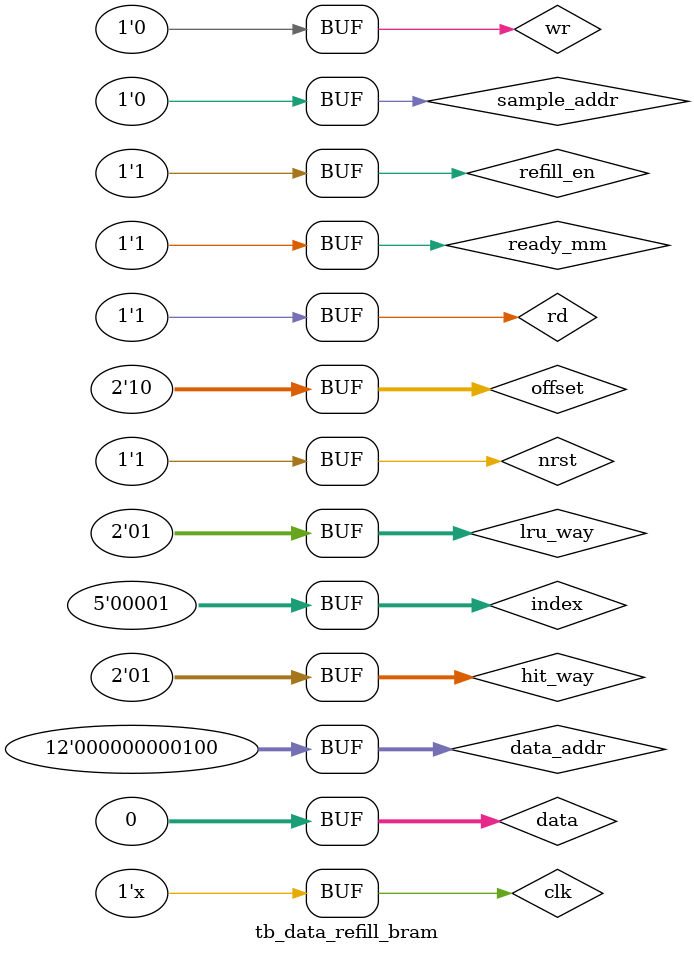
<source format=v>
`timescale 1ns / 1ps


module tb_data_refill_bram(

    );
    
    localparam ADDR_BITS = 12;
    localparam INDEX_BITS = 5;
    localparam CACHE_WAY = 2;
    
    reg clk, nrst, rd, wr;
    reg [ADDR_BITS-1:0] data_addr;
    reg [31:0] data;
   
    reg [INDEX_BITS-1:0] index;
    reg [1:0] offset;
    reg [CACHE_WAY-1:0] hit_way;
    reg [CACHE_WAY-1:0] lru_way;
    
    reg sample_addr;
    reg refill_en;
    reg ready_mm;
        
    wire [31:0] data_o;
    wire [127:0] data_block_probe;
    wire done_probe;
    wire [2:0] counter;
    data_refill_bram UUT(
        .clk(clk), .nrst(nrst),
        .i_wr(wr), .i_rd(rd),
        .i_data_addr(data_addr),
        .index(index),
        .offset(offset),
        .i_data(data),
        .hit_way(hit_way),
        .lru_way(lru_way),
        
        .sample_addr(sample_addr),
        .refill_en(refill_en),
        .ready_mm(ready_mm),
        
        .o_data(data_o),
        .data_block(data_block_probe),
        .done(done_probe),
        .counter(counter)
    );
    
    
    always #10 clk = ~clk;
    
    initial begin
        clk = 0;
        nrst = 0;
        rd = 0;
        wr = 0;
        data_addr = 0;
        data = 0;
        index = 1;
        offset = 0;
        hit_way = 0;
        lru_way = 0;
        sample_addr = 0;
        refill_en = 0;
        ready_mm = 0;
        #512
        nrst = 1;
        rd = 1;
        #40
        lru_way = 1;
        sample_addr = 1;
        #40
        sample_addr = 0;
        ready_mm = 1;
        #40
        refill_en = 1;
        #40
        hit_way = 1;
        #200
        data_addr = 12'h004;
        offset = 1;
        #80
        offset = 2;
        
    end
    
endmodule

</source>
